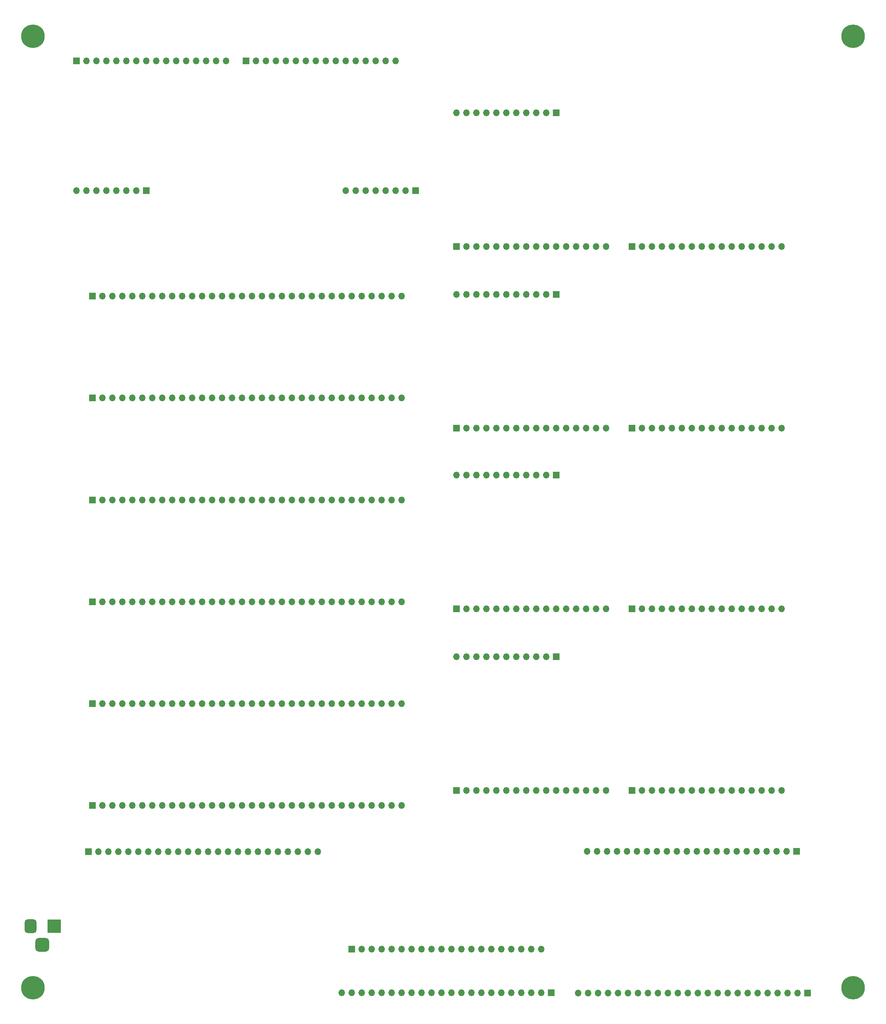
<source format=gbr>
%TF.GenerationSoftware,KiCad,Pcbnew,(6.0.0-0)*%
%TF.CreationDate,2022-01-11T21:03:16-05:00*%
%TF.ProjectId,new-register-backplane,6e65772d-7265-4676-9973-7465722d6261,rev?*%
%TF.SameCoordinates,Original*%
%TF.FileFunction,Soldermask,Bot*%
%TF.FilePolarity,Negative*%
%FSLAX46Y46*%
G04 Gerber Fmt 4.6, Leading zero omitted, Abs format (unit mm)*
G04 Created by KiCad (PCBNEW (6.0.0-0)) date 2022-01-11 21:03:16*
%MOMM*%
%LPD*%
G01*
G04 APERTURE LIST*
G04 Aperture macros list*
%AMRoundRect*
0 Rectangle with rounded corners*
0 $1 Rounding radius*
0 $2 $3 $4 $5 $6 $7 $8 $9 X,Y pos of 4 corners*
0 Add a 4 corners polygon primitive as box body*
4,1,4,$2,$3,$4,$5,$6,$7,$8,$9,$2,$3,0*
0 Add four circle primitives for the rounded corners*
1,1,$1+$1,$2,$3*
1,1,$1+$1,$4,$5*
1,1,$1+$1,$6,$7*
1,1,$1+$1,$8,$9*
0 Add four rect primitives between the rounded corners*
20,1,$1+$1,$2,$3,$4,$5,0*
20,1,$1+$1,$4,$5,$6,$7,0*
20,1,$1+$1,$6,$7,$8,$9,0*
20,1,$1+$1,$8,$9,$2,$3,0*%
G04 Aperture macros list end*
%ADD10C,6.000000*%
%ADD11C,0.800000*%
%ADD12R,1.700000X1.700000*%
%ADD13O,1.700000X1.700000*%
%ADD14R,3.500000X3.500000*%
%ADD15RoundRect,0.750000X-0.750000X-1.000000X0.750000X-1.000000X0.750000X1.000000X-0.750000X1.000000X0*%
%ADD16RoundRect,0.875000X-0.875000X-0.875000X0.875000X-0.875000X0.875000X0.875000X-0.875000X0.875000X0*%
G04 APERTURE END LIST*
D10*
%TO.C,REF\u002A\u002A*%
X290000000Y-269200000D03*
D11*
X292250000Y-269200000D03*
X291590990Y-270790990D03*
X290000000Y-271450000D03*
X288409010Y-270790990D03*
X287750000Y-269200000D03*
X288409010Y-267609010D03*
X290000000Y-266950000D03*
X291590990Y-267609010D03*
%TD*%
D10*
%TO.C,REF\u002A\u002A*%
X81100000Y-269200000D03*
D11*
X83350000Y-269200000D03*
X82690990Y-270790990D03*
X81100000Y-271450000D03*
X79509010Y-270790990D03*
X78850000Y-269200000D03*
X79509010Y-267609010D03*
X81100000Y-266950000D03*
X82690990Y-267609010D03*
%TD*%
D10*
%TO.C,REF\u002A\u002A*%
X81100000Y-27000000D03*
D11*
X83350000Y-27000000D03*
X82690990Y-28590990D03*
X81100000Y-29250000D03*
X79509010Y-28590990D03*
X78850000Y-27000000D03*
X79509010Y-25409010D03*
X81100000Y-24750000D03*
X82690990Y-25409010D03*
%TD*%
D10*
%TO.C,REF\u002A\u002A*%
X290000000Y-27000000D03*
D11*
X292250000Y-27000000D03*
X291590990Y-28590990D03*
X290000000Y-29250000D03*
X288409010Y-28590990D03*
X287750000Y-27000000D03*
X288409010Y-25409010D03*
X290000000Y-24750000D03*
X291590990Y-25409010D03*
%TD*%
D12*
%TO.C,J14*%
X233675000Y-126746000D03*
D13*
X236215000Y-126746000D03*
X238755000Y-126746000D03*
X241295000Y-126746000D03*
X243835000Y-126746000D03*
X246375000Y-126746000D03*
X248915000Y-126746000D03*
X251455000Y-126746000D03*
X253995000Y-126746000D03*
X256535000Y-126746000D03*
X259075000Y-126746000D03*
X261615000Y-126746000D03*
X264155000Y-126746000D03*
X266695000Y-126746000D03*
X269235000Y-126746000D03*
X271775000Y-126746000D03*
%TD*%
D12*
%TO.C,J3*%
X96261000Y-145034000D03*
D13*
X98801000Y-145034000D03*
X101341000Y-145034000D03*
X103881000Y-145034000D03*
X106421000Y-145034000D03*
X108961000Y-145034000D03*
X111501000Y-145034000D03*
X114041000Y-145034000D03*
X116581000Y-145034000D03*
X119121000Y-145034000D03*
X121661000Y-145034000D03*
X124201000Y-145034000D03*
X126741000Y-145034000D03*
X129281000Y-145034000D03*
X131821000Y-145034000D03*
X134361000Y-145034000D03*
X136901000Y-145034000D03*
X139441000Y-145034000D03*
X141981000Y-145034000D03*
X144521000Y-145034000D03*
X147061000Y-145034000D03*
X149601000Y-145034000D03*
X152141000Y-145034000D03*
X154681000Y-145034000D03*
X157221000Y-145034000D03*
X159761000Y-145034000D03*
X162301000Y-145034000D03*
X164841000Y-145034000D03*
X167381000Y-145034000D03*
X169921000Y-145034000D03*
X172461000Y-145034000D03*
X175001000Y-145034000D03*
%TD*%
D12*
%TO.C,J25*%
X178557000Y-66294000D03*
D13*
X176017000Y-66294000D03*
X173477000Y-66294000D03*
X170937000Y-66294000D03*
X168397000Y-66294000D03*
X165857000Y-66294000D03*
X163317000Y-66294000D03*
X160777000Y-66294000D03*
%TD*%
D12*
%TO.C,J8*%
X96265000Y-93170000D03*
D13*
X98805000Y-93170000D03*
X101345000Y-93170000D03*
X103885000Y-93170000D03*
X106425000Y-93170000D03*
X108965000Y-93170000D03*
X111505000Y-93170000D03*
X114045000Y-93170000D03*
X116585000Y-93170000D03*
X119125000Y-93170000D03*
X121665000Y-93170000D03*
X124205000Y-93170000D03*
X126745000Y-93170000D03*
X129285000Y-93170000D03*
X131825000Y-93170000D03*
X134365000Y-93170000D03*
X136905000Y-93170000D03*
X139445000Y-93170000D03*
X141985000Y-93170000D03*
X144525000Y-93170000D03*
X147065000Y-93170000D03*
X149605000Y-93170000D03*
X152145000Y-93170000D03*
X154685000Y-93170000D03*
X157225000Y-93170000D03*
X159765000Y-93170000D03*
X162305000Y-93170000D03*
X164845000Y-93170000D03*
X167385000Y-93170000D03*
X169925000Y-93170000D03*
X172465000Y-93170000D03*
X175005000Y-93170000D03*
%TD*%
D12*
%TO.C,J1*%
X213111000Y-270453000D03*
D13*
X210571000Y-270453000D03*
X208031000Y-270453000D03*
X205491000Y-270453000D03*
X202951000Y-270453000D03*
X200411000Y-270453000D03*
X197871000Y-270453000D03*
X195331000Y-270453000D03*
X192791000Y-270453000D03*
X190251000Y-270453000D03*
X187711000Y-270453000D03*
X185171000Y-270453000D03*
X182631000Y-270453000D03*
X180091000Y-270453000D03*
X177551000Y-270453000D03*
X175011000Y-270453000D03*
X172471000Y-270453000D03*
X169931000Y-270453000D03*
X167391000Y-270453000D03*
X164851000Y-270453000D03*
X162311000Y-270453000D03*
X159771000Y-270453000D03*
%TD*%
D12*
%TO.C,J28*%
X275590000Y-234442000D03*
D13*
X273050000Y-234442000D03*
X270510000Y-234442000D03*
X267970000Y-234442000D03*
X265430000Y-234442000D03*
X262890000Y-234442000D03*
X260350000Y-234442000D03*
X257810000Y-234442000D03*
X255270000Y-234442000D03*
X252730000Y-234442000D03*
X250190000Y-234442000D03*
X247650000Y-234442000D03*
X245110000Y-234442000D03*
X242570000Y-234442000D03*
X240030000Y-234442000D03*
X237490000Y-234442000D03*
X234950000Y-234442000D03*
X232410000Y-234442000D03*
X229870000Y-234442000D03*
X227330000Y-234442000D03*
X224790000Y-234442000D03*
X222250000Y-234442000D03*
%TD*%
D12*
%TO.C,J6*%
X96261000Y-196850000D03*
D13*
X98801000Y-196850000D03*
X101341000Y-196850000D03*
X103881000Y-196850000D03*
X106421000Y-196850000D03*
X108961000Y-196850000D03*
X111501000Y-196850000D03*
X114041000Y-196850000D03*
X116581000Y-196850000D03*
X119121000Y-196850000D03*
X121661000Y-196850000D03*
X124201000Y-196850000D03*
X126741000Y-196850000D03*
X129281000Y-196850000D03*
X131821000Y-196850000D03*
X134361000Y-196850000D03*
X136901000Y-196850000D03*
X139441000Y-196850000D03*
X141981000Y-196850000D03*
X144521000Y-196850000D03*
X147061000Y-196850000D03*
X149601000Y-196850000D03*
X152141000Y-196850000D03*
X154681000Y-196850000D03*
X157221000Y-196850000D03*
X159761000Y-196850000D03*
X162301000Y-196850000D03*
X164841000Y-196850000D03*
X167381000Y-196850000D03*
X169921000Y-196850000D03*
X172461000Y-196850000D03*
X175001000Y-196850000D03*
%TD*%
D12*
%TO.C,J19*%
X233675000Y-218948000D03*
D13*
X236215000Y-218948000D03*
X238755000Y-218948000D03*
X241295000Y-218948000D03*
X243835000Y-218948000D03*
X246375000Y-218948000D03*
X248915000Y-218948000D03*
X251455000Y-218948000D03*
X253995000Y-218948000D03*
X256535000Y-218948000D03*
X259075000Y-218948000D03*
X261615000Y-218948000D03*
X264155000Y-218948000D03*
X266695000Y-218948000D03*
X269235000Y-218948000D03*
X271775000Y-218948000D03*
%TD*%
D12*
%TO.C,J11*%
X188971000Y-80518000D03*
D13*
X191511000Y-80518000D03*
X194051000Y-80518000D03*
X196591000Y-80518000D03*
X199131000Y-80518000D03*
X201671000Y-80518000D03*
X204211000Y-80518000D03*
X206751000Y-80518000D03*
X209291000Y-80518000D03*
X211831000Y-80518000D03*
X214371000Y-80518000D03*
X216911000Y-80518000D03*
X219451000Y-80518000D03*
X221991000Y-80518000D03*
X224531000Y-80518000D03*
X227071000Y-80518000D03*
%TD*%
D12*
%TO.C,J21*%
X214371000Y-184912000D03*
D13*
X211831000Y-184912000D03*
X209291000Y-184912000D03*
X206751000Y-184912000D03*
X204211000Y-184912000D03*
X201671000Y-184912000D03*
X199131000Y-184912000D03*
X196591000Y-184912000D03*
X194051000Y-184912000D03*
X191511000Y-184912000D03*
X188971000Y-184912000D03*
%TD*%
D12*
%TO.C,J15*%
X214371000Y-92710000D03*
D13*
X211831000Y-92710000D03*
X209291000Y-92710000D03*
X206751000Y-92710000D03*
X204211000Y-92710000D03*
X201671000Y-92710000D03*
X199131000Y-92710000D03*
X196591000Y-92710000D03*
X194051000Y-92710000D03*
X191511000Y-92710000D03*
X188971000Y-92710000D03*
%TD*%
D12*
%TO.C,J7*%
X96261000Y-222758000D03*
D13*
X98801000Y-222758000D03*
X101341000Y-222758000D03*
X103881000Y-222758000D03*
X106421000Y-222758000D03*
X108961000Y-222758000D03*
X111501000Y-222758000D03*
X114041000Y-222758000D03*
X116581000Y-222758000D03*
X119121000Y-222758000D03*
X121661000Y-222758000D03*
X124201000Y-222758000D03*
X126741000Y-222758000D03*
X129281000Y-222758000D03*
X131821000Y-222758000D03*
X134361000Y-222758000D03*
X136901000Y-222758000D03*
X139441000Y-222758000D03*
X141981000Y-222758000D03*
X144521000Y-222758000D03*
X147061000Y-222758000D03*
X149601000Y-222758000D03*
X152141000Y-222758000D03*
X154681000Y-222758000D03*
X157221000Y-222758000D03*
X159761000Y-222758000D03*
X162301000Y-222758000D03*
X164841000Y-222758000D03*
X167381000Y-222758000D03*
X169921000Y-222758000D03*
X172461000Y-222758000D03*
X175001000Y-222758000D03*
%TD*%
D12*
%TO.C,J22*%
X109962000Y-66294000D03*
D13*
X107422000Y-66294000D03*
X104882000Y-66294000D03*
X102342000Y-66294000D03*
X99802000Y-66294000D03*
X97262000Y-66294000D03*
X94722000Y-66294000D03*
X92182000Y-66294000D03*
%TD*%
D12*
%TO.C,J29*%
X95245000Y-234515000D03*
D13*
X97785000Y-234515000D03*
X100325000Y-234515000D03*
X102865000Y-234515000D03*
X105405000Y-234515000D03*
X107945000Y-234515000D03*
X110485000Y-234515000D03*
X113025000Y-234515000D03*
X115565000Y-234515000D03*
X118105000Y-234515000D03*
X120645000Y-234515000D03*
X123185000Y-234515000D03*
X125725000Y-234515000D03*
X128265000Y-234515000D03*
X130805000Y-234515000D03*
X133345000Y-234515000D03*
X135885000Y-234515000D03*
X138425000Y-234515000D03*
X140965000Y-234515000D03*
X143505000Y-234515000D03*
X146045000Y-234515000D03*
X148585000Y-234515000D03*
X151125000Y-234515000D03*
X153665000Y-234515000D03*
%TD*%
D12*
%TO.C,J17*%
X188971000Y-172720000D03*
D13*
X191511000Y-172720000D03*
X194051000Y-172720000D03*
X196591000Y-172720000D03*
X199131000Y-172720000D03*
X201671000Y-172720000D03*
X204211000Y-172720000D03*
X206751000Y-172720000D03*
X209291000Y-172720000D03*
X211831000Y-172720000D03*
X214371000Y-172720000D03*
X216911000Y-172720000D03*
X219451000Y-172720000D03*
X221991000Y-172720000D03*
X224531000Y-172720000D03*
X227071000Y-172720000D03*
%TD*%
D12*
%TO.C,J13*%
X188971000Y-126746000D03*
D13*
X191511000Y-126746000D03*
X194051000Y-126746000D03*
X196591000Y-126746000D03*
X199131000Y-126746000D03*
X201671000Y-126746000D03*
X204211000Y-126746000D03*
X206751000Y-126746000D03*
X209291000Y-126746000D03*
X211831000Y-126746000D03*
X214371000Y-126746000D03*
X216911000Y-126746000D03*
X219451000Y-126746000D03*
X221991000Y-126746000D03*
X224531000Y-126746000D03*
X227071000Y-126746000D03*
%TD*%
D12*
%TO.C,J9*%
X96265000Y-119078000D03*
D13*
X98805000Y-119078000D03*
X101345000Y-119078000D03*
X103885000Y-119078000D03*
X106425000Y-119078000D03*
X108965000Y-119078000D03*
X111505000Y-119078000D03*
X114045000Y-119078000D03*
X116585000Y-119078000D03*
X119125000Y-119078000D03*
X121665000Y-119078000D03*
X124205000Y-119078000D03*
X126745000Y-119078000D03*
X129285000Y-119078000D03*
X131825000Y-119078000D03*
X134365000Y-119078000D03*
X136905000Y-119078000D03*
X139445000Y-119078000D03*
X141985000Y-119078000D03*
X144525000Y-119078000D03*
X147065000Y-119078000D03*
X149605000Y-119078000D03*
X152145000Y-119078000D03*
X154685000Y-119078000D03*
X157225000Y-119078000D03*
X159765000Y-119078000D03*
X162305000Y-119078000D03*
X164845000Y-119078000D03*
X167385000Y-119078000D03*
X169925000Y-119078000D03*
X172465000Y-119078000D03*
X175005000Y-119078000D03*
%TD*%
D12*
%TO.C,J24*%
X92197000Y-33274000D03*
D13*
X94737000Y-33274000D03*
X97277000Y-33274000D03*
X99817000Y-33274000D03*
X102357000Y-33274000D03*
X104897000Y-33274000D03*
X107437000Y-33274000D03*
X109977000Y-33274000D03*
X112517000Y-33274000D03*
X115057000Y-33274000D03*
X117597000Y-33274000D03*
X120137000Y-33274000D03*
X122677000Y-33274000D03*
X125217000Y-33274000D03*
X127757000Y-33274000D03*
X130297000Y-33274000D03*
%TD*%
D12*
%TO.C,J5*%
X96261000Y-170942000D03*
D13*
X98801000Y-170942000D03*
X101341000Y-170942000D03*
X103881000Y-170942000D03*
X106421000Y-170942000D03*
X108961000Y-170942000D03*
X111501000Y-170942000D03*
X114041000Y-170942000D03*
X116581000Y-170942000D03*
X119121000Y-170942000D03*
X121661000Y-170942000D03*
X124201000Y-170942000D03*
X126741000Y-170942000D03*
X129281000Y-170942000D03*
X131821000Y-170942000D03*
X134361000Y-170942000D03*
X136901000Y-170942000D03*
X139441000Y-170942000D03*
X141981000Y-170942000D03*
X144521000Y-170942000D03*
X147061000Y-170942000D03*
X149601000Y-170942000D03*
X152141000Y-170942000D03*
X154681000Y-170942000D03*
X157221000Y-170942000D03*
X159761000Y-170942000D03*
X162301000Y-170942000D03*
X164841000Y-170942000D03*
X167381000Y-170942000D03*
X169921000Y-170942000D03*
X172461000Y-170942000D03*
X175001000Y-170942000D03*
%TD*%
D12*
%TO.C,J2*%
X162306000Y-259334000D03*
D13*
X164846000Y-259334000D03*
X167386000Y-259334000D03*
X169926000Y-259334000D03*
X172466000Y-259334000D03*
X175006000Y-259334000D03*
X177546000Y-259334000D03*
X180086000Y-259334000D03*
X182626000Y-259334000D03*
X185166000Y-259334000D03*
X187706000Y-259334000D03*
X190246000Y-259334000D03*
X192786000Y-259334000D03*
X195326000Y-259334000D03*
X197866000Y-259334000D03*
X200406000Y-259334000D03*
X202946000Y-259334000D03*
X205486000Y-259334000D03*
X208026000Y-259334000D03*
X210566000Y-259334000D03*
%TD*%
D12*
%TO.C,J20*%
X188971000Y-218948000D03*
D13*
X191511000Y-218948000D03*
X194051000Y-218948000D03*
X196591000Y-218948000D03*
X199131000Y-218948000D03*
X201671000Y-218948000D03*
X204211000Y-218948000D03*
X206751000Y-218948000D03*
X209291000Y-218948000D03*
X211831000Y-218948000D03*
X214371000Y-218948000D03*
X216911000Y-218948000D03*
X219451000Y-218948000D03*
X221991000Y-218948000D03*
X224531000Y-218948000D03*
X227071000Y-218948000D03*
%TD*%
D12*
%TO.C,J10*%
X214371000Y-46482000D03*
D13*
X211831000Y-46482000D03*
X209291000Y-46482000D03*
X206751000Y-46482000D03*
X204211000Y-46482000D03*
X201671000Y-46482000D03*
X199131000Y-46482000D03*
X196591000Y-46482000D03*
X194051000Y-46482000D03*
X191511000Y-46482000D03*
X188971000Y-46482000D03*
%TD*%
D12*
%TO.C,J16*%
X233675000Y-172720000D03*
D13*
X236215000Y-172720000D03*
X238755000Y-172720000D03*
X241295000Y-172720000D03*
X243835000Y-172720000D03*
X246375000Y-172720000D03*
X248915000Y-172720000D03*
X251455000Y-172720000D03*
X253995000Y-172720000D03*
X256535000Y-172720000D03*
X259075000Y-172720000D03*
X261615000Y-172720000D03*
X264155000Y-172720000D03*
X266695000Y-172720000D03*
X269235000Y-172720000D03*
X271775000Y-172720000D03*
%TD*%
D12*
%TO.C,J23*%
X135377000Y-33274000D03*
D13*
X137917000Y-33274000D03*
X140457000Y-33274000D03*
X142997000Y-33274000D03*
X145537000Y-33274000D03*
X148077000Y-33274000D03*
X150617000Y-33274000D03*
X153157000Y-33274000D03*
X155697000Y-33274000D03*
X158237000Y-33274000D03*
X160777000Y-33274000D03*
X163317000Y-33274000D03*
X165857000Y-33274000D03*
X168397000Y-33274000D03*
X170937000Y-33274000D03*
X173477000Y-33274000D03*
%TD*%
D14*
%TO.C,J31*%
X86513000Y-253550500D03*
D15*
X80513000Y-253550500D03*
D16*
X83513000Y-258250500D03*
%TD*%
D12*
%TO.C,J12*%
X233675000Y-80518000D03*
D13*
X236215000Y-80518000D03*
X238755000Y-80518000D03*
X241295000Y-80518000D03*
X243835000Y-80518000D03*
X246375000Y-80518000D03*
X248915000Y-80518000D03*
X251455000Y-80518000D03*
X253995000Y-80518000D03*
X256535000Y-80518000D03*
X259075000Y-80518000D03*
X261615000Y-80518000D03*
X264155000Y-80518000D03*
X266695000Y-80518000D03*
X269235000Y-80518000D03*
X271775000Y-80518000D03*
%TD*%
D12*
%TO.C,J4*%
X278384000Y-270510000D03*
D13*
X275844000Y-270510000D03*
X273304000Y-270510000D03*
X270764000Y-270510000D03*
X268224000Y-270510000D03*
X265684000Y-270510000D03*
X263144000Y-270510000D03*
X260604000Y-270510000D03*
X258064000Y-270510000D03*
X255524000Y-270510000D03*
X252984000Y-270510000D03*
X250444000Y-270510000D03*
X247904000Y-270510000D03*
X245364000Y-270510000D03*
X242824000Y-270510000D03*
X240284000Y-270510000D03*
X237744000Y-270510000D03*
X235204000Y-270510000D03*
X232664000Y-270510000D03*
X230124000Y-270510000D03*
X227584000Y-270510000D03*
X225044000Y-270510000D03*
X222504000Y-270510000D03*
X219964000Y-270510000D03*
%TD*%
D12*
%TO.C,J18*%
X214371000Y-138684000D03*
D13*
X211831000Y-138684000D03*
X209291000Y-138684000D03*
X206751000Y-138684000D03*
X204211000Y-138684000D03*
X201671000Y-138684000D03*
X199131000Y-138684000D03*
X196591000Y-138684000D03*
X194051000Y-138684000D03*
X191511000Y-138684000D03*
X188971000Y-138684000D03*
%TD*%
M02*

</source>
